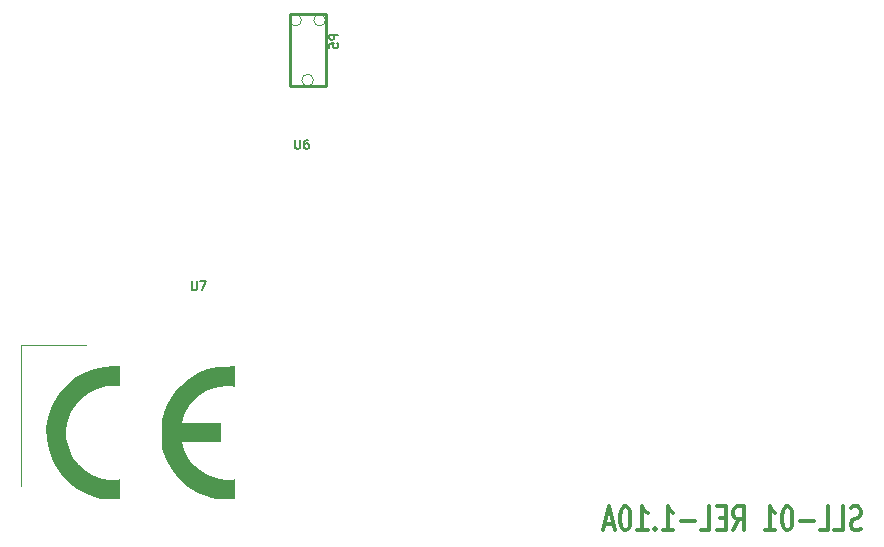
<source format=gbo>
G04 (created by PCBNEW (2013-04-21 BZR 4107)-testing) date Thursday, 13 June 2013 16:51:55*
%MOIN*%
G04 Gerber Fmt 3.4, Leading zero omitted, Abs format*
%FSLAX34Y34*%
G01*
G70*
G90*
G04 APERTURE LIST*
%ADD10C,2.3622e-06*%
%ADD11C,0.012*%
%ADD12C,0.0001*%
%ADD13C,0.01*%
%ADD14C,0.006*%
G04 APERTURE END LIST*
G54D10*
G54D11*
X91279Y-78867D02*
X91193Y-78905D01*
X91050Y-78905D01*
X90993Y-78867D01*
X90965Y-78829D01*
X90936Y-78752D01*
X90936Y-78676D01*
X90965Y-78600D01*
X90993Y-78562D01*
X91050Y-78524D01*
X91165Y-78486D01*
X91222Y-78448D01*
X91250Y-78409D01*
X91279Y-78333D01*
X91279Y-78257D01*
X91250Y-78181D01*
X91222Y-78143D01*
X91165Y-78105D01*
X91022Y-78105D01*
X90936Y-78143D01*
X90393Y-78905D02*
X90679Y-78905D01*
X90679Y-78105D01*
X89907Y-78905D02*
X90193Y-78905D01*
X90193Y-78105D01*
X89707Y-78600D02*
X89250Y-78600D01*
X88850Y-78105D02*
X88793Y-78105D01*
X88736Y-78143D01*
X88707Y-78181D01*
X88679Y-78257D01*
X88650Y-78409D01*
X88650Y-78600D01*
X88679Y-78752D01*
X88707Y-78829D01*
X88736Y-78867D01*
X88793Y-78905D01*
X88850Y-78905D01*
X88907Y-78867D01*
X88936Y-78829D01*
X88965Y-78752D01*
X88993Y-78600D01*
X88993Y-78409D01*
X88965Y-78257D01*
X88936Y-78181D01*
X88907Y-78143D01*
X88850Y-78105D01*
X88079Y-78905D02*
X88422Y-78905D01*
X88250Y-78905D02*
X88250Y-78105D01*
X88307Y-78219D01*
X88365Y-78295D01*
X88422Y-78333D01*
X87022Y-78905D02*
X87222Y-78524D01*
X87365Y-78905D02*
X87365Y-78105D01*
X87136Y-78105D01*
X87079Y-78143D01*
X87050Y-78181D01*
X87022Y-78257D01*
X87022Y-78371D01*
X87050Y-78448D01*
X87079Y-78486D01*
X87136Y-78524D01*
X87365Y-78524D01*
X86765Y-78486D02*
X86565Y-78486D01*
X86479Y-78905D02*
X86765Y-78905D01*
X86765Y-78105D01*
X86479Y-78105D01*
X85936Y-78905D02*
X86222Y-78905D01*
X86222Y-78105D01*
X85736Y-78600D02*
X85279Y-78600D01*
X84679Y-78905D02*
X85022Y-78905D01*
X84850Y-78905D02*
X84850Y-78105D01*
X84907Y-78219D01*
X84965Y-78295D01*
X85022Y-78333D01*
X84422Y-78829D02*
X84393Y-78867D01*
X84422Y-78905D01*
X84450Y-78867D01*
X84422Y-78829D01*
X84422Y-78905D01*
X83822Y-78905D02*
X84165Y-78905D01*
X83993Y-78905D02*
X83993Y-78105D01*
X84050Y-78219D01*
X84107Y-78295D01*
X84165Y-78333D01*
X83450Y-78105D02*
X83393Y-78105D01*
X83336Y-78143D01*
X83307Y-78181D01*
X83279Y-78257D01*
X83250Y-78409D01*
X83250Y-78600D01*
X83279Y-78752D01*
X83307Y-78829D01*
X83336Y-78867D01*
X83393Y-78905D01*
X83450Y-78905D01*
X83507Y-78867D01*
X83536Y-78829D01*
X83565Y-78752D01*
X83593Y-78600D01*
X83593Y-78409D01*
X83565Y-78257D01*
X83536Y-78181D01*
X83507Y-78143D01*
X83450Y-78105D01*
X83022Y-78676D02*
X82736Y-78676D01*
X83079Y-78905D02*
X82879Y-78105D01*
X82679Y-78905D01*
G54D12*
G36*
X72232Y-72753D02*
X67773Y-72761D01*
X63315Y-72770D01*
X63306Y-75895D01*
X63298Y-79020D01*
X63290Y-75878D01*
X63282Y-72737D01*
X67757Y-72745D01*
X72232Y-72753D01*
X72232Y-72753D01*
X72232Y-72753D01*
G37*
G36*
X66582Y-77870D02*
X66290Y-77867D01*
X66126Y-77860D01*
X65959Y-77844D01*
X65821Y-77821D01*
X65803Y-77817D01*
X65466Y-77702D01*
X65149Y-77529D01*
X64861Y-77304D01*
X64609Y-77035D01*
X64403Y-76729D01*
X64330Y-76587D01*
X64198Y-76228D01*
X64131Y-75859D01*
X64128Y-75487D01*
X64190Y-75117D01*
X64317Y-74755D01*
X64349Y-74687D01*
X64543Y-74358D01*
X64783Y-74073D01*
X65063Y-73836D01*
X65376Y-73650D01*
X65717Y-73520D01*
X66079Y-73449D01*
X66307Y-73437D01*
X66582Y-73437D01*
X66582Y-73768D01*
X66582Y-74099D01*
X66469Y-74081D01*
X66379Y-74077D01*
X66251Y-74085D01*
X66117Y-74103D01*
X65817Y-74184D01*
X65545Y-74319D01*
X65307Y-74498D01*
X65108Y-74716D01*
X64952Y-74964D01*
X64844Y-75235D01*
X64790Y-75523D01*
X64794Y-75818D01*
X64831Y-76012D01*
X64913Y-76262D01*
X65025Y-76475D01*
X65182Y-76678D01*
X65224Y-76725D01*
X65441Y-76920D01*
X65649Y-77049D01*
X65828Y-77124D01*
X66025Y-77182D01*
X66218Y-77218D01*
X66386Y-77229D01*
X66467Y-77222D01*
X66582Y-77200D01*
X66582Y-77535D01*
X66582Y-77870D01*
X66582Y-77870D01*
X66582Y-77870D01*
G37*
G36*
X70415Y-77870D02*
X70107Y-77868D01*
X69846Y-77854D01*
X69615Y-77810D01*
X69548Y-77792D01*
X69186Y-77650D01*
X68860Y-77455D01*
X68576Y-77209D01*
X68336Y-76915D01*
X68144Y-76578D01*
X68055Y-76361D01*
X68020Y-76255D01*
X67995Y-76159D01*
X67980Y-76056D01*
X67972Y-75930D01*
X67968Y-75762D01*
X67968Y-75653D01*
X67968Y-75460D01*
X67973Y-75316D01*
X67983Y-75205D01*
X68002Y-75110D01*
X68030Y-75014D01*
X68055Y-74942D01*
X68180Y-74650D01*
X68332Y-74398D01*
X68529Y-74160D01*
X68599Y-74088D01*
X68882Y-73841D01*
X69178Y-73656D01*
X69494Y-73531D01*
X69840Y-73460D01*
X70057Y-73443D01*
X70415Y-73429D01*
X70415Y-73768D01*
X70415Y-74107D01*
X70273Y-74086D01*
X70117Y-74083D01*
X69927Y-74110D01*
X69722Y-74161D01*
X69526Y-74233D01*
X69453Y-74267D01*
X69252Y-74396D01*
X69062Y-74566D01*
X68894Y-74763D01*
X68762Y-74973D01*
X68678Y-75179D01*
X68666Y-75228D01*
X68643Y-75337D01*
X69296Y-75337D01*
X69948Y-75337D01*
X69948Y-75653D01*
X69948Y-75970D01*
X69296Y-75970D01*
X68643Y-75970D01*
X68666Y-76078D01*
X68718Y-76231D01*
X68807Y-76406D01*
X68922Y-76581D01*
X69049Y-76735D01*
X69070Y-76757D01*
X69245Y-76902D01*
X69455Y-77028D01*
X69682Y-77129D01*
X69912Y-77199D01*
X70127Y-77231D01*
X70300Y-77222D01*
X70415Y-77200D01*
X70415Y-77535D01*
X70415Y-77870D01*
X70415Y-77870D01*
X70415Y-77870D01*
G37*
G54D13*
X73434Y-61893D02*
X73434Y-64093D01*
X73434Y-64093D02*
X72234Y-64093D01*
X72234Y-64093D02*
X72234Y-61693D01*
X72234Y-61693D02*
X73434Y-61693D01*
X73434Y-61693D02*
X73434Y-61893D01*
G54D10*
X72630Y-61893D02*
G75*
G03X72630Y-61893I-195J0D01*
G74*
G01*
X73430Y-61893D02*
G75*
G03X73430Y-61893I-195J0D01*
G74*
G01*
X73030Y-63893D02*
G75*
G03X73030Y-63893I-195J0D01*
G74*
G01*
G54D14*
X73856Y-62376D02*
X73556Y-62376D01*
X73556Y-62491D01*
X73570Y-62519D01*
X73584Y-62534D01*
X73613Y-62548D01*
X73656Y-62548D01*
X73684Y-62534D01*
X73699Y-62519D01*
X73713Y-62491D01*
X73713Y-62376D01*
X73556Y-62819D02*
X73556Y-62676D01*
X73699Y-62662D01*
X73684Y-62676D01*
X73670Y-62705D01*
X73670Y-62776D01*
X73684Y-62805D01*
X73699Y-62819D01*
X73727Y-62834D01*
X73799Y-62834D01*
X73827Y-62819D01*
X73841Y-62805D01*
X73856Y-62776D01*
X73856Y-62705D01*
X73841Y-62676D01*
X73827Y-62662D01*
X68964Y-70603D02*
X68964Y-70846D01*
X68978Y-70874D01*
X68992Y-70889D01*
X69021Y-70903D01*
X69078Y-70903D01*
X69107Y-70889D01*
X69121Y-70874D01*
X69135Y-70846D01*
X69135Y-70603D01*
X69250Y-70603D02*
X69450Y-70603D01*
X69321Y-70903D01*
X72409Y-65879D02*
X72409Y-66121D01*
X72423Y-66150D01*
X72437Y-66164D01*
X72466Y-66179D01*
X72523Y-66179D01*
X72552Y-66164D01*
X72566Y-66150D01*
X72580Y-66121D01*
X72580Y-65879D01*
X72852Y-65879D02*
X72794Y-65879D01*
X72766Y-65893D01*
X72752Y-65907D01*
X72723Y-65950D01*
X72709Y-66007D01*
X72709Y-66121D01*
X72723Y-66150D01*
X72737Y-66164D01*
X72766Y-66179D01*
X72823Y-66179D01*
X72852Y-66164D01*
X72866Y-66150D01*
X72880Y-66121D01*
X72880Y-66050D01*
X72866Y-66021D01*
X72852Y-66007D01*
X72823Y-65993D01*
X72766Y-65993D01*
X72737Y-66007D01*
X72723Y-66021D01*
X72709Y-66050D01*
M02*

</source>
